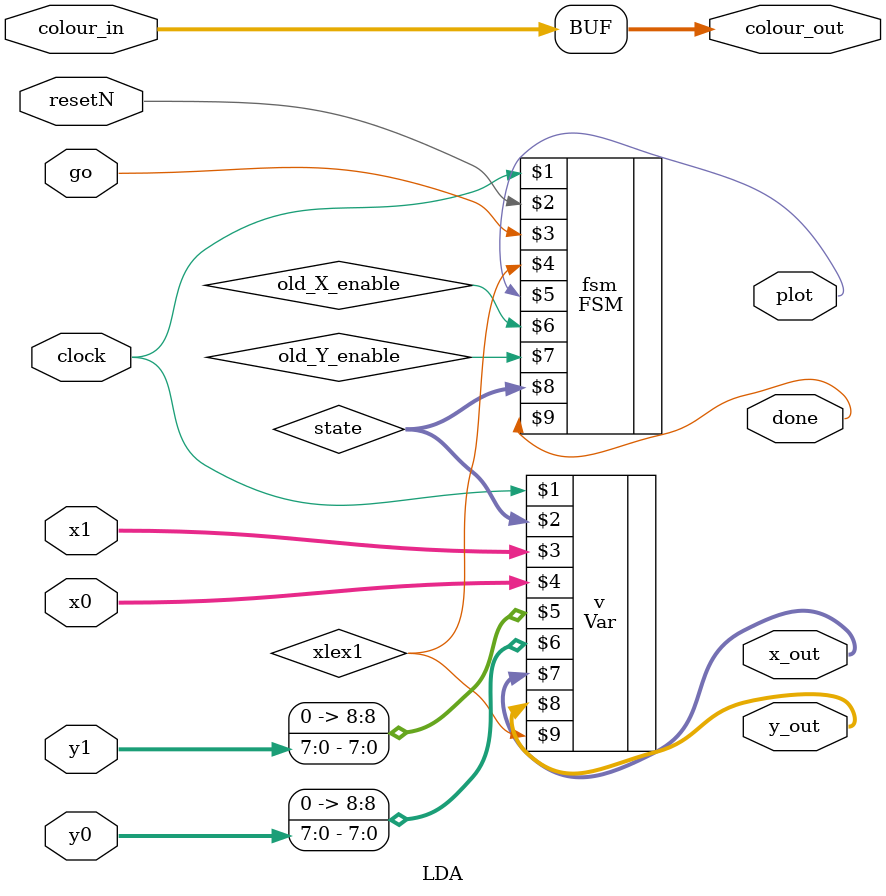
<source format=v>
module LDA (clock, resetN, go, colour_in, 
				x0, x1, y0, y1, 
				done, x_out, y_out, plot, colour_out);
				
	input clock, resetN, go;
	input [2:0] colour_in;
	input [8:0] x0, x1;
	input [7:0] y0, y1;
	
	output done;
	output [8:0] x_out;
	output [7:0] y_out;
	output plot;
	output [2:0] colour_out;
	
	wire xlex1, old_X_enable, old_Y_enable;
	wire [4:0] state;
	
	assign colour_out = colour_in;

	FSM fsm 	(clock, resetN, go, xlex1,
				plot, old_X_enable, old_Y_enable,
				state, done);
	
	Var v	(clock, state, x1, x0, {1'b0, y1}, {1'b0, y0}, x_out, y_out, xlex1);
	
endmodule

</source>
